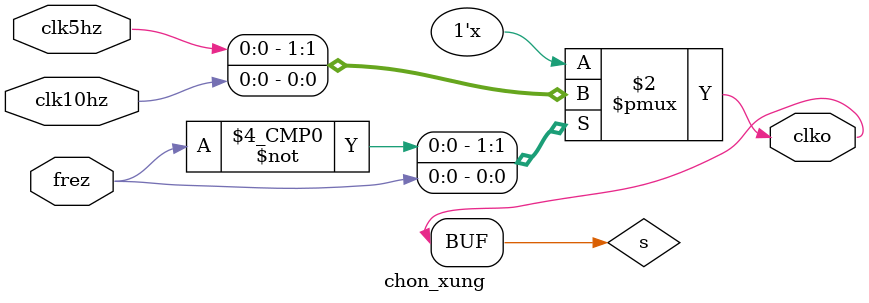
<source format=v>
`timescale 1ns / 1ps
module chon_xung(
input clk5hz,
input clk10hz,
input frez,
output clko
);

reg s;

always @*
begin
	case (frez)
	0: s <= clk5hz;
	1: s <= clk10hz;
	endcase
end

assign clko = s;

endmodule

</source>
